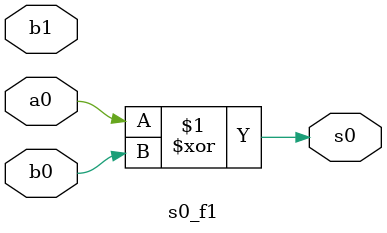
<source format=v>
module s0_f1(a0, b1, b0, s0);
  input a0, b1, b0;
  output s0;
  
  assign s0 = (a0 ^ b0);
endmodule
</source>
